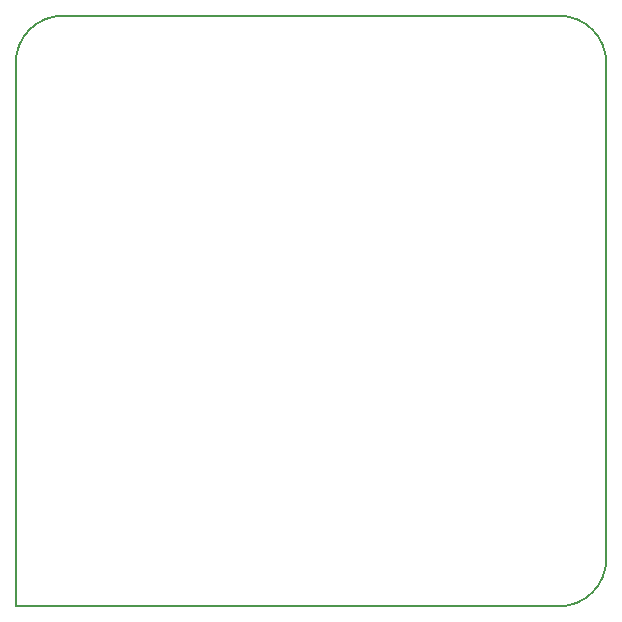
<source format=gm1>
G04 #@! TF.GenerationSoftware,KiCad,Pcbnew,5.1.6*
G04 #@! TF.CreationDate,2020-08-22T22:17:50-04:00*
G04 #@! TF.ProjectId,ball-spider,62616c6c-2d73-4706-9964-65722e6b6963,rev?*
G04 #@! TF.SameCoordinates,Original*
G04 #@! TF.FileFunction,Profile,NP*
%FSLAX46Y46*%
G04 Gerber Fmt 4.6, Leading zero omitted, Abs format (unit mm)*
G04 Created by KiCad (PCBNEW 5.1.6) date 2020-08-22 22:17:50*
%MOMM*%
%LPD*%
G01*
G04 APERTURE LIST*
G04 #@! TA.AperFunction,Profile*
%ADD10C,0.152400*%
G04 #@! TD*
G04 APERTURE END LIST*
D10*
X81000000Y-132000000D02*
G75*
G02*
X77000000Y-136000000I-4000000J0D01*
G01*
X77000000Y-86000000D02*
G75*
G02*
X81000000Y-90000000I0J-4000000D01*
G01*
X31000000Y-90000000D02*
G75*
G02*
X35000000Y-86000000I4000000J0D01*
G01*
X31000000Y-136000000D02*
X31000000Y-90000000D01*
X77000000Y-136000000D02*
X31000000Y-136000000D01*
X81000000Y-90000000D02*
X81000000Y-132000000D01*
X35000000Y-86000000D02*
X77000000Y-86000000D01*
M02*

</source>
